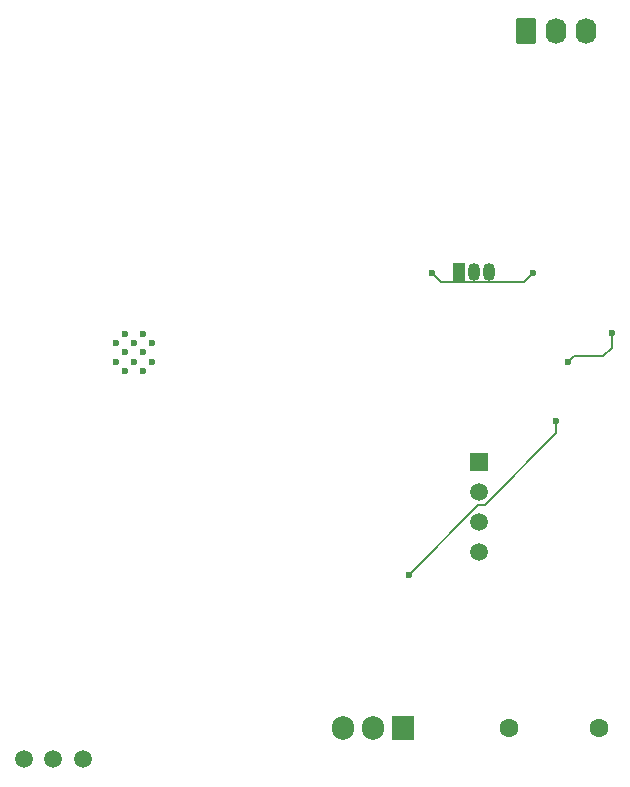
<source format=gbr>
%TF.GenerationSoftware,KiCad,Pcbnew,9.0.0*%
%TF.CreationDate,2025-04-02T21:20:57+05:30*%
%TF.ProjectId,Smart_Energy_Saving_System,536d6172-745f-4456-9e65-7267795f5361,rev?*%
%TF.SameCoordinates,Original*%
%TF.FileFunction,Copper,L2,Bot*%
%TF.FilePolarity,Positive*%
%FSLAX46Y46*%
G04 Gerber Fmt 4.6, Leading zero omitted, Abs format (unit mm)*
G04 Created by KiCad (PCBNEW 9.0.0) date 2025-04-02 21:20:57*
%MOMM*%
%LPD*%
G01*
G04 APERTURE LIST*
G04 Aperture macros list*
%AMRoundRect*
0 Rectangle with rounded corners*
0 $1 Rounding radius*
0 $2 $3 $4 $5 $6 $7 $8 $9 X,Y pos of 4 corners*
0 Add a 4 corners polygon primitive as box body*
4,1,4,$2,$3,$4,$5,$6,$7,$8,$9,$2,$3,0*
0 Add four circle primitives for the rounded corners*
1,1,$1+$1,$2,$3*
1,1,$1+$1,$4,$5*
1,1,$1+$1,$6,$7*
1,1,$1+$1,$8,$9*
0 Add four rect primitives between the rounded corners*
20,1,$1+$1,$2,$3,$4,$5,0*
20,1,$1+$1,$4,$5,$6,$7,0*
20,1,$1+$1,$6,$7,$8,$9,0*
20,1,$1+$1,$8,$9,$2,$3,0*%
G04 Aperture macros list end*
%TA.AperFunction,HeatsinkPad*%
%ADD10C,0.600000*%
%TD*%
%TA.AperFunction,ComponentPad*%
%ADD11R,1.500000X1.500000*%
%TD*%
%TA.AperFunction,ComponentPad*%
%ADD12C,1.500000*%
%TD*%
%TA.AperFunction,ComponentPad*%
%ADD13C,1.600000*%
%TD*%
%TA.AperFunction,ComponentPad*%
%ADD14R,1.905000X2.000000*%
%TD*%
%TA.AperFunction,ComponentPad*%
%ADD15O,1.905000X2.000000*%
%TD*%
%TA.AperFunction,ComponentPad*%
%ADD16RoundRect,0.250000X-0.620000X-0.845000X0.620000X-0.845000X0.620000X0.845000X-0.620000X0.845000X0*%
%TD*%
%TA.AperFunction,ComponentPad*%
%ADD17O,1.740000X2.190000*%
%TD*%
%TA.AperFunction,ComponentPad*%
%ADD18R,1.050000X1.500000*%
%TD*%
%TA.AperFunction,ComponentPad*%
%ADD19O,1.050000X1.500000*%
%TD*%
%TA.AperFunction,ViaPad*%
%ADD20C,0.600000*%
%TD*%
%TA.AperFunction,Conductor*%
%ADD21C,0.200000*%
%TD*%
G04 APERTURE END LIST*
D10*
%TO.P,U1,39,GND*%
%TO.N,GND*%
X138795000Y-78452500D03*
X138795000Y-76927500D03*
X138032500Y-79215000D03*
X138032500Y-77690000D03*
X138032500Y-76165000D03*
X137270000Y-78452500D03*
X137270000Y-76927500D03*
X136507500Y-79215000D03*
X136507500Y-77690000D03*
X136507500Y-76165000D03*
X135745000Y-78452500D03*
X135745000Y-76927500D03*
%TD*%
D11*
%TO.P,U2,1,VDD*%
%TO.N,+3.3V*%
X166500000Y-87000000D03*
D12*
%TO.P,U2,2,DATA*%
%TO.N,/temp*%
X166500000Y-89540000D03*
%TO.P,U2,3,NC*%
%TO.N,unconnected-(U2-NC-Pad3)*%
X166500000Y-92080000D03*
%TO.P,U2,4,GND*%
%TO.N,GND*%
X166500000Y-94620000D03*
%TD*%
D13*
%TO.P,R1,1*%
%TO.N,+3.3V*%
X169000000Y-109500000D03*
%TO.P,R1,2*%
%TO.N,Net-(R1-Pad2)*%
X176600000Y-109500000D03*
%TD*%
D14*
%TO.P,U3,1,VI*%
%TO.N,+12V*%
X160000000Y-109445000D03*
D15*
%TO.P,U3,2,GND*%
%TO.N,GND*%
X157460000Y-109445000D03*
%TO.P,U3,3,VO*%
%TO.N,/con_in*%
X154920000Y-109445000D03*
%TD*%
D16*
%TO.P,J1,1,In1*%
%TO.N,/neutral*%
X170420000Y-50500000D03*
D17*
%TO.P,J1,2,In2*%
%TO.N,/live*%
X172960000Y-50500000D03*
%TO.P,J1,3,Ext*%
%TO.N,GND*%
X175500000Y-50500000D03*
%TD*%
D18*
%TO.P,Q1,1,C*%
%TO.N,/bjt_c*%
X164730000Y-70860000D03*
D19*
%TO.P,Q1,2,B*%
%TO.N,/bjt_b*%
X166000000Y-70860000D03*
%TO.P,Q1,3,E*%
%TO.N,GND*%
X167270000Y-70860000D03*
%TD*%
D12*
%TO.P,HC-SR501,1,GND*%
%TO.N,GND*%
X127930000Y-112140000D03*
%TO.P,HC-SR501,2,DATA*%
%TO.N,/pir*%
X130430000Y-112140000D03*
%TO.P,HC-SR501,3,VCC*%
%TO.N,+3.3V*%
X132930000Y-112140000D03*
%TD*%
D20*
%TO.N,Net-(D2-A)*%
X177701000Y-76000000D03*
X174000000Y-78500000D03*
%TO.N,GND*%
X171000000Y-71000000D03*
X162500000Y-71000000D03*
%TO.N,/led*%
X173000000Y-83500000D03*
X160500000Y-96500000D03*
%TD*%
D21*
%TO.N,Net-(D2-A)*%
X177701000Y-77299000D02*
X177000000Y-78000000D01*
X177000000Y-78000000D02*
X174500000Y-78000000D01*
X177701000Y-76000000D02*
X177701000Y-77299000D01*
X174500000Y-78000000D02*
X174000000Y-78500000D01*
%TO.N,GND*%
X163211000Y-71711000D02*
X170289000Y-71711000D01*
X170289000Y-71711000D02*
X171000000Y-71000000D01*
X162500000Y-71000000D02*
X163211000Y-71711000D01*
%TO.N,/led*%
X166409000Y-90591000D02*
X166935339Y-90591000D01*
X166935339Y-90591000D02*
X173000000Y-84526339D01*
X160500000Y-96500000D02*
X166409000Y-90591000D01*
X173000000Y-84526339D02*
X173000000Y-83500000D01*
%TD*%
M02*

</source>
